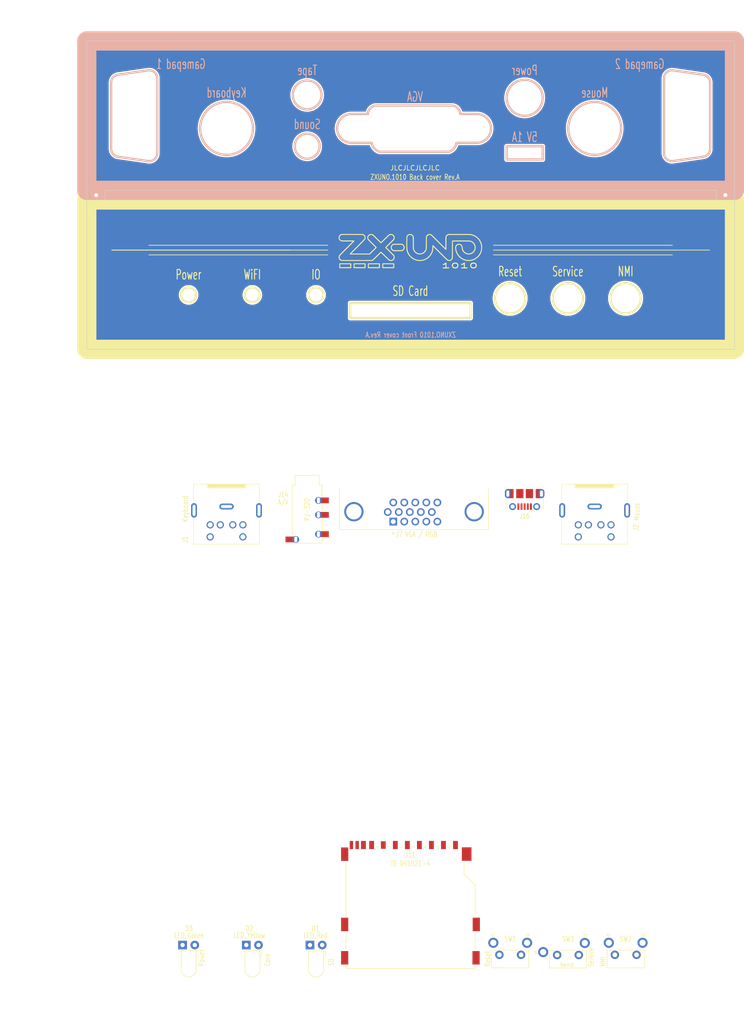
<source format=kicad_pcb>
(kicad_pcb (version 20210424) (generator pcbnew)
  (layers (0 "F.Cu" signal) (31 "B.Cu" signal) (34 "B.Paste" user) (35 "F.Paste" user) (36 "B.SilkS" user "B.Silkscreen") (37 "F.SilkS" user "F.Silkscreen") (38 "B.Mask" user) (39 "F.Mask" user) (44 "Edge.Cuts" user))
  (net 0 "")
  (net 1 "shield")
  (footprint "LED_THT:LED_D3.0mm_Horizontal_O1.27mm_Z6.0mm" (layer "F.Cu") (at 110.343572 249.125)
    (fp_text reference "D2" (at 0.65 -3.425 unlocked) (layer "F.SilkS") (effects (font (size 1.1 0.8) (thickness 0.14))))
    (fp_text value "LED_Yellow")
    (fp_text user "Core" (at 4.4125 3.082143 90 unlocked) (layer "F.SilkS") (effects (font (size 1.1 0.8) (thickness 0.14))))
    (fp_text user "${VALUE}" (at 0.65 -2.025 unlocked) (layer "F.SilkS") (effects (font (size 1.1 0.8) (thickness 0.14))))
    (pad "1" thru_hole rect locked (at 0 0) (size 1.8 1.8) (drill 0.9) (layers *.Cu *.Mask))
    (pad "2" thru_hole circle locked (at 2.54 0) (size 1.8 1.8) (drill 0.9) (layers *.Cu *.Mask))
  )
  (footprint "my:PJ-320A_D" (layer "F.Cu") (at 122.990358 160.027003 -90)
    (fp_text reference "J14" (at -4.38 4.961905) (layer "F.SilkS") (effects (font (size 1.1 0.8) (thickness 0.14))))
    (fp_text value "PJ-320")
    (fp_text user "A/V" (at -2.83 5 unlocked) (layer "F.SilkS") (effects (font (size 1.1 0.8) (thickness 0.14))))
    (fp_text user "${VALUE}" (at -1.28 0 90 unlocked) (layer "F.SilkS") (effects (font (size 1.1 0.8) (thickness 0.14))))
    (pad "" np_thru_hole circle locked (at 2.225 0 270) (size 1.2 1.2) (drill 1.2) (layers F&B.Cu *.Mask))
    (pad "" np_thru_hole circle locked (at -4.775 0 270) (size 1.2 1.2) (drill 1.2) (layers F&B.Cu *.Mask))
    (pad "R1" smd rect locked (at -0.175 -3.25 270) (size 1.2 2.5) (layers "F.Cu" "F.Paste" "F.Mask"))
    (pad "R1" thru_hole circle locked (at -0.175 -2.35 270) (size 1.4 1.4) (drill oval 1.2 0.6) (layers *.Cu *.Mask))
    (pad "R2" thru_hole circle locked (at -3.175 -2.35 270) (size 1.4 1.4) (drill oval 1.2 0.6) (layers *.Cu *.Mask))
    (pad "R2" smd rect locked (at -3.175 -3.25 270) (size 1.2 2.5) (layers "F.Cu" "F.Paste" "F.Mask"))
    (pad "S" thru_hole circle locked (at 4.925 2.35 270) (size 1.4 1.4) (drill oval 1.2 0.6) (layers *.Cu *.Mask))
    (pad "S" smd rect locked (at 4.925 3.25 270) (size 1.2 2.5) (layers "F.Cu" "F.Paste" "F.Mask"))
    (pad "T" thru_hole circle locked (at 3.825 -2.35 270) (size 1.4 1.4) (drill oval 1.2 0.6) (layers *.Cu *.Mask))
    (pad "T" smd rect locked (at 3.825 -3.25 270) (size 1.2 2.5) (layers "F.Cu" "F.Paste" "F.Mask"))
  )
  (footprint "Button_Switch_THT:SW_Tactile_SPST_Angled_PTS645Vx58-2LFS" (layer "F.Cu") (at 179.443572 251.19 180)
    (fp_text reference "SW3" (at 2.25 3.2875 unlocked) (layer "F.SilkS") (effects (font (size 1.1 0.8) (thickness 0.14))))
    (fp_text value "SW_Push")
    (fp_text user "bend" (at 2.45 -2.01 unlocked) (layer "F.SilkS") (effects (font (size 0.8 0.8) (thickness 0.14))))
    (fp_text user "Service" (at -2.55 -0.430238 90 unlocked) (layer "F.SilkS") (effects (font (size 1.1 0.75) (thickness 0.14))))
    (pad "" thru_hole circle locked (at -1.25 2.49 180) (size 2.1 2.1) (drill 1.3) (layers *.Cu *.Mask))
    (pad "" thru_hole circle locked (at 7.4 0.6 180) (size 2.1 2.1) (drill 1.3) (layers *.Cu *.Mask))
    (pad "1" thru_hole circle locked (at 0 0 180) (size 1.75 1.75) (drill 0.99) (layers *.Cu *.Mask))
    (pad "2" thru_hole circle locked (at 4.5 0 180) (size 1.75 1.75) (drill 0.99) (layers *.Cu *.Mask))
  )
  (footprint "mygraphic:zxuno_30x7.5" (layer "F.Cu") (at 144.449207 105.1)
    (fp_text reference "G***" hide)
    (fp_text value "LOGO" hide)
  )
  (footprint "LED_THT:LED_D3.0mm_Horizontal_O1.27mm_Z6.0mm" (layer "F.Cu") (at 123.581072 249.125)
    (fp_text reference "D1" (at 1.1625 -3.425 unlocked) (layer "F.SilkS") (effects (font (size 1.1 0.8) (thickness 0.14))))
    (fp_text value "LED_Red")
    (fp_text user "SD" (at 4.4125 3.575 90 unlocked) (layer "F.SilkS") (effects (font (size 1.1 0.8) (thickness 0.14))))
    (fp_text user "${VALUE}" (at 1.1625 -2.025 unlocked) (layer "F.SilkS") (effects (font (size 1.1 0.8) (thickness 0.14))))
    (pad "1" thru_hole rect locked (at 0 0) (size 1.8 1.8) (drill 0.9) (layers *.Cu *.Mask))
    (pad "2" thru_hole circle locked (at 2.54 0) (size 1.8 1.8) (drill 0.9) (layers *.Cu *.Mask))
  )
  (footprint "Button_Switch_THT:SW_Tactile_SPST_Angled_PTS645Vx58-2LFS" (layer "F.Cu") (at 191.443572 251.1525 180)
    (fp_text reference "SW2" (at 2.25 3.2875 unlocked) (layer "F.SilkS") (effects (font (size 1.1 0.8) (thickness 0.14))))
    (fp_text value "SW_Push")
    (fp_text user "NMI" (at 7 -1.418929 90 unlocked) (layer "F.SilkS") (effects (font (size 1.1 0.8) (thickness 0.14))))
    (pad "" thru_hole circle locked (at 5.76 2.49 180) (size 2.1 2.1) (drill 1.3) (layers *.Cu *.Mask))
    (pad "" thru_hole circle locked (at -1.25 2.49 180) (size 2.1 2.1) (drill 1.3) (layers *.Cu *.Mask))
    (pad "1" thru_hole circle locked (at 0 0 180) (size 1.75 1.75) (drill 0.99) (layers *.Cu *.Mask))
    (pad "2" thru_hole circle locked (at 4.5 0 180) (size 1.75 1.75) (drill 0.99) (layers *.Cu *.Mask))
  )
  (footprint "my:MINI_DIN_6_33PRIMARY" (layer "F.Cu") (at 106.240358 159.697003)
    (fp_text reference "J1" (at -7.95 4.5 90) (layer "F.SilkS") (effects (font (size 1.1 0.8) (thickness 0.14)) (justify right bottom)))
    (fp_text value "Mini-DIN-6" hide)
    (fp_text user "Keyboard" (at -8.55 -1.1 90 unlocked) (layer "F.SilkS") (effects (font (size 1.1 0.8) (thickness 0.14))))
    (pad "1" thru_hole circle (at -1.3 2.225) (size 1.5 1.5) (drill 1) (layers *.Cu *.Mask))
    (pad "2" thru_hole circle (at 1.3 2.225) (size 1.5 1.5) (drill 1) (layers *.Cu *.Mask))
    (pad "3" thru_hole circle (at -3.4 2.225) (size 1.5 1.5) (drill 1) (layers *.Cu *.Mask))
    (pad "4" thru_hole circle (at 3.4 2.225) (size 1.5 1.5) (drill 1) (layers *.Cu *.Mask))
    (pad "5" thru_hole circle (at -3.4 4.725) (size 1.5 1.5) (drill 1) (layers *.Cu *.Mask))
    (pad "6" thru_hole circle (at 3.4 4.725) (size 1.5 1.5) (drill 1) (layers *.Cu *.Mask))
    (pad "GND" thru_hole oval (at 6.75 -0.775 90) (size 3 1.2) (drill oval 2.3 0.6) (layers *.Cu *.Mask))
    (pad "GND" thru_hole oval (at 0 -1.575) (size 3 1.2) (drill oval 2.3 0.6) (layers *.Cu *.Mask))
    (pad "GND" thru_hole oval (at -6.75 -0.775 90) (size 3 1.2) (drill oval 2.3 0.6) (layers *.Cu *.Mask))
  )
  (footprint "my:MINI_DIN_6_33PRIMARY" (layer "F.Cu") (at 182.740358 159.697003)
    (fp_text reference "J2" (at 9.25 3.567619 90 unlocked) (layer "F.SilkS") (effects (font (size 1.1 0.8) (thickness 0.14)) (justify left bottom)))
    (fp_text value "Mini-DIN-6" hide)
    (fp_text user "Mouse" (at 8.75 -0.5 90 unlocked) (layer "F.SilkS") (effects (font (size 1.1 0.8) (thickness 0.14))))
    (pad "1" thru_hole circle (at -1.3 2.225) (size 1.5 1.5) (drill 1) (layers *.Cu *.Mask))
    (pad "2" thru_hole circle (at 1.3 2.225) (size 1.5 1.5) (drill 1) (layers *.Cu *.Mask))
    (pad "3" thru_hole circle (at -3.4 2.225) (size 1.5 1.5) (drill 1) (layers *.Cu *.Mask))
    (pad "4" thru_hole circle (at 3.4 2.225) (size 1.5 1.5) (drill 1) (layers *.Cu *.Mask))
    (pad "5" thru_hole circle (at -3.4 4.725) (size 1.5 1.5) (drill 1) (layers *.Cu *.Mask))
    (pad "6" thru_hole circle (at 3.4 4.725) (size 1.5 1.5) (drill 1) (layers *.Cu *.Mask))
    (pad "GND" thru_hole oval (at 0 -1.575) (size 3 1.2) (drill oval 2.3 0.6) (layers *.Cu *.Mask))
    (pad "GND" thru_hole oval (at 6.75 -0.775 90) (size 3 1.2) (drill oval 2.3 0.6) (layers *.Cu *.Mask))
    (pad "GND" thru_hole oval (at -6.75 -0.775 90) (size 3 1.2) (drill oval 2.3 0.6) (layers *.Cu *.Mask))
  )
  (footprint "LED_THT:LED_D3.0mm_Horizontal_O1.27mm_Z6.0mm" (layer "F.Cu") (at 97.103572 249.125)
    (fp_text reference "D3" (at 1.34 -3.425 unlocked) (layer "F.SilkS") (effects (font (size 1.1 0.8) (thickness 0.14))))
    (fp_text value "LED_Green")
    (fp_text user "Power" (at 3.9825 2.663096 90 unlocked) (layer "F.SilkS") (effects (font (size 1.1 0.8) (thickness 0.14))))
    (fp_text user "${VALUE}" (at 1.34 -1.975 unlocked) (layer "F.SilkS") (effects (font (size 1.1 0.8) (thickness 0.14))))
    (pad "1" thru_hole rect locked (at 0 0) (size 1.8 1.8) (drill 0.9) (layers *.Cu *.Mask))
    (pad "2" thru_hole circle locked (at 2.54 0) (size 1.8 1.8) (drill 0.9) (layers *.Cu *.Mask))
  )
  (footprint "Button_Switch_THT:SW_Tactile_SPST_Angled_PTS645Vx58-2LFS" (layer "F.Cu") (at 167.443572 251.1525 180)
    (fp_text reference "SW1" (at 2.25 3.2875 unlocked) (layer "F.SilkS") (effects (font (size 1.1 0.8) (thickness 0.14))))
    (fp_text value "SW_Push")
    (fp_text user "Reset" (at 6.95 -0.8475 90 unlocked) (layer "F.SilkS") (effects (font (size 1.1 0.8) (thickness 0.14))))
    (pad "" thru_hole circle locked (at -1.25 2.49 180) (size 2.1 2.1) (drill 1.3) (layers *.Cu *.Mask))
    (pad "" thru_hole circle locked (at 5.76 2.49 180) (size 2.1 2.1) (drill 1.3) (layers *.Cu *.Mask))
    (pad "1" thru_hole circle locked (at 0 0 180) (size 1.75 1.75) (drill 0.99) (layers *.Cu *.Mask))
    (pad "2" thru_hole circle locked (at 4.5 0 180) (size 1.75 1.75) (drill 0.99) (layers *.Cu *.Mask))
  )
  (footprint "Connector_USB:USB_Micro-B_Molex-105017-0001" (layer "F.Cu") (at 168.190358 156.677003 180)
    (fp_text reference "J16" (at 0 -3.42 unlocked) (layer "F.SilkS") (effects (font (size 1.1 0.8) (thickness 0.14))))
    (fp_text value "USB_B_Micro")
    (pad "1" smd rect locked (at -1.3 -1.4625 180) (size 0.4 1.35) (layers "F.Cu" "F.Paste" "F.Mask"))
    (pad "2" smd rect locked (at -0.65 -1.4625 180) (size 0.4 1.35) (layers "F.Cu" "F.Paste" "F.Mask"))
    (pad "3" smd rect locked (at 0 -1.4625 180) (size 0.4 1.35) (layers "F.Cu" "F.Paste" "F.Mask"))
    (pad "4" smd rect locked (at 0.65 -1.4625 180) (size 0.4 1.35) (layers "F.Cu" "F.Paste" "F.Mask"))
    (pad "5" smd rect locked (at 1.3 -1.4625 180) (size 0.4 1.35) (layers "F.Cu" "F.Paste" "F.Mask"))
    (pad "6" smd rect (at 1 1.2375 180) (size 1.5 1.9) (layers "F.Cu" "F.Paste" "F.Mask"))
    (pad "6" thru_hole oval (at -3.5 1.2375) (size 1.2 1.9) (drill oval 0.6 1.3) (layers *.Cu *.Mask))
    (pad "6" smd rect (at -1 1.2375 180) (size 1.5 1.9) (layers "F.Cu" "F.Paste" "F.Mask"))
    (pad "6" thru_hole oval (at 3.5 1.2375 180) (size 1.2 1.9) (drill oval 0.6 1.3) (layers *.Cu *.Mask))
    (pad "6" thru_hole circle (at 2.5 -1.4625 180) (size 1.45 1.45) (drill 0.85) (layers *.Cu *.Mask))
    (pad "6" thru_hole circle (at -2.5 -1.4625 180) (size 1.45 1.45) (drill 0.85) (layers *.Cu *.Mask))
    (pad "6" smd rect (at -2.9 1.2375 180) (size 1.2 1.9) (layers "F.Cu" "F.Mask"))
    (pad "6" smd rect (at 2.9 1.2375 180) (size 1.2 1.9) (layers "F.Cu" "F.Mask"))
  )
  (footprint "Connector_Dsub:DSUB-15-HD_Female_Horizontal_P2.29x1.98mm_EdgePinOffset3.03mm_Housed_MountingHolesOffset4.94mm" (layer "F.Cu") (at 140.890358 161.247334 180)
    (fp_text reference "J7" (at -1.2 -2.649669 unlocked) (layer "F.SilkS") (effects (font (size 1.1 0.8) (thickness 0.14))))
    (fp_text value "DB15_Female_HighDensity_MountingHoles")
    (fp_text user "VGA / RGB" (at -5.8 -2.649669 unlocked) (layer "F.SilkS") (effects (font (size 1.1 0.8) (thickness 0.14))))
    (pad "0" thru_hole circle locked (at -16.815 2.05 180) (size 4 4) (drill 3.2) (layers *.Cu *.Mask))
    (pad "0" thru_hole circle locked (at 8.185 2.05 180) (size 4 4) (drill 3.2) (layers *.Cu *.Mask))
    (pad "1" thru_hole rect locked (at 0 0 180) (size 1.6 1.6) (drill 1) (layers *.Cu *.Mask))
    (pad "2" thru_hole circle locked (at -2.29 0 180) (size 1.6 1.6) (drill 1) (layers *.Cu *.Mask))
    (pad "3" thru_hole circle locked (at -4.58 0 180) (size 1.6 1.6) (drill 1) (layers *.Cu *.Mask))
    (pad "4" thru_hole circle locked (at -6.87 0 180) (size 1.6 1.6) (drill 1) (layers *.Cu *.Mask))
    (pad "5" thru_hole circle locked (at -9.16 0 180) (size 1.6 1.6) (drill 1) (layers *.Cu *.Mask))
    (pad "6" thru_hole circle locked (at 1.145 1.98 180) (size 1.6 1.6) (drill 1) (layers *.Cu *.Mask))
    (pad "7" thru_hole circle locked (at -1.145 1.98 180) (size 1.6 1.6) (drill 1) (layers *.Cu *.Mask))
    (pad "8" thru_hole circle locked (at -3.435 1.98 180) (size 1.6 1.6) (drill 1) (layers *.Cu *.Mask))
    (pad "9" thru_hole circle locked (at -5.725 1.98 180) (size 1.6 1.6) (drill 1) (layers *.Cu *.Mask))
    (pad "10" thru_hole circle locked (at -8.015 1.98 180) (size 1.6 1.6) (drill 1) (layers *.Cu *.Mask))
    (pad "11" thru_hole circle locked (at 0 3.96 180) (size 1.6 1.6) (drill 1) (layers *.Cu *.Mask))
    (pad "12" thru_hole circle locked (at -2.29 3.96 180) (size 1.6 1.6) (drill 1) (layers *.Cu *.Mask))
    (pad "13" thru_hole circle locked (at -4.58 3.96 180) (size 1.6 1.6) (drill 1) (layers *.Cu *.Mask))
    (pad "14" thru_hole circle locked (at -6.87 3.96 180) (size 1.6 1.6) (drill 1) (layers *.Cu *.Mask))
    (pad "15" thru_hole circle locked (at -9.16 3.96 180) (size 1.6 1.6) (drill 1) (layers *.Cu *.Mask))
  )
  (footprint "my:SD_TE_2041021-mod" (layer "F.Cu") (at 144.443572 240.45)
    (fp_text reference "J11" (at 0 -10 unlocked) (layer "F.SilkS") (effects (font (size 1.1 0.8) (thickness 0.14))))
    (fp_text value "TE 041021-4")
    (fp_text user "${VALUE}" (at 0 -8.25 unlocked) (layer "F.SilkS") (effects (font (size 1.1 0.8) (thickness 0.14))))
    (pad "" np_thru_hole circle (at -11.5 -9.175) (size 1.1 1.1) (drill 1.1) (layers *.Cu *.Mask))
    (pad "" np_thru_hole circle (at 9.5 -9.175) (size 1.6 1.6) (drill 1.6) (layers *.Cu *.Mask))
    (pad "1" smd rect (at 6.875 -12.08) (size 1 1.7) (layers "F.Cu" "F.Paste" "F.Mask"))
    (pad "2" smd rect (at 4.375 -12.08) (size 1 1.7) (layers "F.Cu" "F.Paste" "F.Mask"))
    (pad "3" smd rect (at 1.875 -12.08) (size 1 1.7) (layers "F.Cu" "F.Paste" "F.Mask"))
    (pad "4" smd rect (at -0.625 -12.08) (size 1 1.7) (layers "F.Cu" "F.Paste" "F.Mask"))
    (pad "5" smd rect (at -3.125 -12.08) (size 1 1.7) (layers "F.Cu" "F.Paste" "F.Mask"))
    (pad "6" smd rect (at -5.625 -12.08) (size 1 1.57) (layers "F.Cu" "F.Paste" "F.Mask"))
    (pad "7" smd rect (at -8.055 -12.08) (size 1 1.7) (layers "F.Cu" "F.Paste" "F.Mask"))
    (pad "8" smd rect (at -9.755 -12.08) (size 1 1.7) (layers "F.Cu" "F.Paste" "F.Mask"))
    (pad "9" smd rect (at 9.375 -12.08) (size 1 1.7) (layers "F.Cu" "F.Paste" "F.Mask"))
    (pad "10" smd rect (at -11.055 -12.08) (size 0.7 1.7) (layers "F.Cu" "F.Paste" "F.Mask"))
    (pad "11" smd rect (at -12.255 -12.08) (size 0.7 1.7) (layers "F.Cu" "F.Paste" "F.Mask"))
    (pad "12" smd rect (at 11.7 -10.2) (size 2 2.8) (layers "F.Cu" "F.Paste" "F.Mask"))
    (pad "12" smd rect (at -13.65 -10.175) (size 1.5 2.8) (layers "F.Cu" "F.Paste" "F.Mask"))
    (pad "13" smd rect (at 13.7 4.4) (size 1.5 2.8) (layers "F.Cu" "F.Paste" "F.Mask"))
    (pad "13" smd rect (at -13.65 11.325) (size 1.5 2.8) (layers "F.Cu" "F.Paste" "F.Mask"))
    (pad "13" smd rect (at 13.65 11.325) (size 1.5 2.8) (layers "F.Cu" "F.Paste" "F.Mask"))
    (pad "13" smd rect (at -13.65 4.4) (size 1.5 2.8) (layers "F.Cu" "F.Paste" "F.Mask"))
  )
  (gr_arc (start 158.217828 79.65) (end 158.217828 82.65) (angle -180) (layer "B.SilkS") (width 0.5))
  (gr_circle (center 168.2 73.3) (end 171.95 73.3) (layer "B.SilkS") (width 0.5) (fill none))
  (gr_arc (start 83.909999 70.134781) (end 82.25 70.134781) (angle 80) (layer "B.SilkS") (width 0.5))
  (gr_line (start 197.14969 84.797096) (end 197.14969 69.238122) (layer "B.SilkS") (width 0.5))
  (gr_line (start 91.85 69.235513) (end 91.85 84.794487) (layer "B.SilkS") (width 0.5))
  (gr_line (start 83.621744 85.53) (end 89.901744 86.429268) (layer "B.SilkS") (width 0.5))
  (gr_arc (start 198.80969 84.797098) (end 197.14969 84.797096) (angle -100) (layer "B.SilkS") (width 0.5))
  (gr_line (start 132.217828 82.65) (end 136.417828 82.65) (layer "B.SilkS") (width 0.5))
  (gr_line (start 132.217828 76.65) (end 135.617828 76.65) (layer "B.SilkS") (width 0.5))
  (gr_line (start 154.017828 82.65) (end 158.217828 82.65) (layer "B.SilkS") (width 0.5))
  (gr_arc (start 152.959522 76.760874) (end 154.817828 76.65) (angle -88.19696796) (layer "B.SilkS") (width 0.5))
  (gr_line (start 154.817828 76.65) (end 158.217828 76.65) (layer "B.SilkS") (width 0.5))
  (gr_line (start 206.74969 83.897828) (end 206.74969 70.13739) (layer "B.SilkS") (width 0.5))
  (gr_rect (start 77.2 61.5) (end 211.8 92.5) (layer "B.SilkS") (width 4) (fill none))
  (gr_arc (start 90.19 69.235511) (end 91.85 69.235513) (angle -100) (layer "B.SilkS") (width 0.5))
  (gr_arc (start 138.61029 82.359668) (end 138.053367 84.5) (angle 67.87145488) (layer "B.SilkS") (width 0.5))
  (gr_arc (start 83.91 83.89522) (end 82.25 83.895219) (angle -80) (layer "B.SilkS") (width 0.5))
  (gr_circle (center 182.75 79.65) (end 188.25 79.65) (layer "B.SilkS") (width 0.5) (fill none))
  (gr_arc (start 198.809688 69.238122) (end 197.14969 69.238122) (angle 100) (layer "B.SilkS") (width 0.5))
  (gr_arc (start 151.820677 82.366653) (end 154.017828 82.65) (angle 67.01393943) (layer "B.SilkS") (width 0.5))
  (gr_arc (start 90.190002 84.794487) (end 91.85 84.794487) (angle 100) (layer "B.SilkS") (width 0.5))
  (gr_rect (start 164.45 83.35) (end 171.95 86.1) (layer "B.SilkS") (width 0.5) (fill none))
  (gr_line (start 205.377946 85.532609) (end 199.097946 86.431877) (layer "B.SilkS") (width 0.5))
  (gr_line (start 205.377946 68.502609) (end 199.097946 67.603341) (layer "B.SilkS") (width 0.5))
  (gr_arc (start 132.217828 79.65) (end 132.217828 76.65) (angle -180) (layer "B.SilkS") (width 0.5))
  (gr_arc (start 205.089691 83.897828) (end 206.74969 83.897828) (angle 80) (layer "B.SilkS") (width 0.5))
  (gr_line (start 137.492828 74.9) (end 152.907172 74.9) (layer "B.SilkS") (width 0.5))
  (gr_circle (center 106.25 79.65) (end 111.75 79.65) (layer "B.SilkS") (width 0.5) (fill none))
  (gr_circle (center 123 83.35) (end 125.6 83.35) (layer "B.SilkS") (width 0.5) (fill none))
  (gr_line (start 82.25 70.134781) (end 82.25 83.895219) (layer "B.SilkS") (width 0.5))
  (gr_line (start 138.053367 84.5) (end 152.417831 84.499999) (layer "B.SilkS") (width 0.5))
  (gr_line (start 83.621744 68.5) (end 89.901744 67.600732) (layer "B.SilkS") (width 0.5))
  (gr_circle (center 123 72.7) (end 126 72.7) (layer "B.SilkS") (width 0.5) (fill none))
  (gr_arc (start 137.441279 76.724234) (end 137.492828 74.9) (angle -89.28736199) (layer "B.SilkS") (width 0.5))
  (gr_arc (start 205.08969 70.137389) (end 206.74969 70.13739) (angle -80) (layer "B.SilkS") (width 0.5))
  (gr_line (start 161.7 103.9) (end 198.9 103.9) (layer "F.SilkS") (width 0.15))
  (gr_line (start 127.3 103.9) (end 90.1 103.9) (layer "F.SilkS") (width 0.15))
  (gr_rect (start 77.2 94.5) (end 211.8 125.5) (layer "F.SilkS") (width 4) (fill none))
  (gr_circle (center 189.175 114.9) (end 192.325 114.9) (layer "F.SilkS") (width 0.5) (fill none))
  (gr_circle (center 98.36 114.2) (end 99.91 114.2) (layer "F.SilkS") (width 0.5) (fill none))
  (gr_circle (center 177.175 114.9) (end 180.325 114.9) (layer "F.SilkS") (width 0.5) (fill none))
  (gr_line (start 161.7 105.9) (end 198.9 105.9) (layer "F.SilkS") (width 0.15))
  (gr_circle (center 165.175 114.9) (end 168.325 114.9) (layer "F.SilkS") (width 0.5) (fill none))
  (gr_line (start 161.7 104.9) (end 206.6 104.9) (layer "F.SilkS") (width 0.15))
  (gr_rect (start 131.95 119) (end 156.95 115.9) (layer "F.SilkS") (width 0.5) (fill none))
  (gr_line (start 119.6 104.9) (end 82.4 104.9) (layer "F.SilkS") (width 0.15))
  (gr_circle (center 111.6 114.2) (end 113.15 114.2) (layer "F.SilkS") (width 0.5) (fill none))
  (gr_line (start 127.3 105.9) (end 90.1 105.9) (layer "F.SilkS") (width 0.15))
  (gr_circle (center 124.8375 114.2) (end 126.3875 114.2) (layer "F.SilkS") (width 0.5) (fill none))
  (gr_line (start 127.3 104.9) (end 82.4 104.9) (layer "F.SilkS") (width 0.15))
  (gr_arc (start 152.959522 76.760874) (end 154.817828 76.65) (angle -88.19696796) (layer "Edge.Cuts") (width 0.1))
  (gr_arc (start 83.909999 70.134781) (end 82.25 70.134781) (angle 80) (layer "Edge.Cuts") (width 0.1))
  (gr_arc (start 151.820677 82.366653) (end 154.017828 82.65) (angle 67.01393943) (layer "Edge.Cuts") (width 0.1))
  (gr_line (start 83.621744 85.53) (end 89.901744 86.429268) (layer "Edge.Cuts") (width 0.1))
  (gr_line (start 137.492828 74.9) (end 152.907172 74.9) (layer "Edge.Cuts") (width 0.1))
  (gr_line (start 205.377946 68.502609) (end 199.097946 67.603341) (layer "Edge.Cuts") (width 0.1))
  (gr_circle (center 189.175 114.9) (end 192.325 114.9) (layer "Edge.Cuts") (width 0.1) (fill none))
  (gr_arc (start 158.217828 79.65) (end 158.217828 82.65) (angle -180) (layer "Edge.Cuts") (width 0.1))
  (gr_circle (center 123 83.35) (end 125.6 83.35) (layer "Edge.Cuts") (width 0.1) (fill none))
  (gr_circle (center 106.25 79.65) (end 111.75 79.65) (layer "Edge.Cuts") (width 0.1) (fill none))
  (gr_line (start 132.217828 82.65) (end 136.417828 82.65) (layer "Edge.Cuts") (width 0.1))
  (gr_rect (start 164.45 83.35) (end 171.95 86.1) (layer "Edge.Cuts") (width 0.1) (fill none))
  (gr_circle (center 124.8375 114.2) (end 126.3875 114.2) (layer "Edge.Cuts") (width 0.1) (fill none))
  (gr_line (start 154.817828 76.65) (end 158.217828 76.65) (layer "Edge.Cuts") (width 0.1))
  (gr_line (start 132.217828 76.65) (end 135.617828 76.65) (layer "Edge.Cuts") (width 0.1))
  (gr_line (start 211.8 61.5) (end 211.8 125.5) (layer "Edge.Cuts") (width 0.1))
  (gr_line (start 77.2 125.5) (end 77.2 61.5) (layer "Edge.Cuts") (width 0.1))
  (gr_line (start 197.14969 84.797096) (end 197.14969 69.238122) (layer "Edge.Cuts") (width 0.1))
  (gr_line (start 83.621744 68.5) (end 89.901744 67.600732) (layer "Edge.Cuts") (width 0.1))
  (gr_circle (center 123 72.7) (end 126 72.7) (layer "Edge.Cuts") (width 0.1) (fill none))
  (gr_arc (start 205.08969 70.137389) (end 206.74969 70.13739) (angle -80) (layer "Edge.Cuts") (width 0.1))
  (gr_line (start 77.2 61.5) (end 211.8 61.5) (layer "Edge.Cuts") (width 0.1))
  (gr_circle (center 168.2 73.3) (end 171.95 73.3) (layer "Edge.Cuts") (width 0.1) (fill none))
  (gr_circle (center 177.175 114.9) (end 180.325 114.9) (layer "Edge.Cuts") (width 0.1) (fill none))
  (gr_arc (start 90.190002 84.794487) (end 91.85 84.794487) (angle 100) (layer "Edge.Cuts") (width 0.1))
  (gr_arc (start 138.61029 82.359668) (end 138.053367 84.5) (angle 67.87145488) (layer "Edge.Cuts") (width 0.1))
  (gr_line (start 205.377946 85.532609) (end 199.097946 86.431877) (layer "Edge.Cuts") (width 0.1))
  (gr_line (start 154.017828 82.65) (end 158.217828 82.65) (layer "Edge.Cuts") (width 0.1))
  (gr_arc (start 198.809688 69.238122) (end 197.14969 69.238122) (angle 100) (layer "Edge.Cuts") (width 0.1))
  (gr_circle (center 182.75 79.65) (end 188.25 79.65) (layer "Edge.Cuts") (width 0.1) (fill none))
  (gr_line (start 206.74969 83.897828) (end 206.74969 70.13739) (layer "Edge.Cuts") (width 0.1))
  (gr_arc (start 137.441279 76.724234) (end 137.492828 74.9) (angle -89.28736199) (layer "Edge.Cuts") (width 0.1))
  (gr_line (start 82.25 70.134781) (end 82.25 83.895219) (layer "Edge.Cuts") (width 0.1))
  (gr_line (start 208 92.5) (end 81 92.5) (layer "Edge.Cuts") (width 0.1))
  (gr_circle (center 98.36 114.2) (end 99.91 114.2) (layer "Edge.Cuts") (width 0.1) (fill none))
  (gr_line (start 81 94.5) (end 208 94.5) (layer "Edge.Cuts") (width 0.1))
  (gr_line (start 211.8 125.5) (end 77.2 125.5) (layer "Edge.Cuts") (width 0.1))
  (gr_line (start 138.053367 84.5) (end 152.417831 84.499999) (layer "Edge.Cuts") (width 0.1))
  (gr_arc (start 132.217828 79.65) (end 132.217828 76.65) (angle -180) (layer "Edge.Cuts") (width 0.1))
  (gr_arc (start 90.19 69.235511) (end 91.85 69.235513) (angle -100) (layer "Edge.Cuts") (width 0.1))
  (gr_arc (start 205.089691 83.897828) (end 206.74969 83.897828) (angle 80) (layer "Edge.Cuts") (width 0.1))
  (gr_circle (center 111.6 114.2) (end 113.15 114.2) (layer "Edge.Cuts") (width 0.1) (fill none))
  (gr_line (start 208 94.5) (end 208 92.5) (layer "Edge.Cuts") (width 0.1))
  (gr_arc (start 198.80969 84.797098) (end 197.14969 84.797096) (angle -100) (layer "Edge.Cuts") (width 0.1))
  (gr_circle (center 165.175 114.9) (end 168.325 114.9) (layer "Edge.Cuts") (width 0.1) (fill none))
  (gr_line (start 81 92.5) (end 81 94.5) (layer "Edge.Cuts") (width 0.1))
  (gr_rect (start 131.95 119) (end 156.95 115.9) (layer "Edge.Cuts") (width 0.1) (fill none))
  (gr_line (start 91.85 69.235513) (end 91.85 84.794487) (layer "Edge.Cuts") (width 0.1))
  (gr_arc (start 83.91 83.89522) (end 82.25 83.895219) (angle -80) (layer "Edge.Cuts") (width 0.1))
  (gr_text "Gamepad 1" (at 96.749216 66.3) (layer "B.SilkS") (effects (font (size 2 1.2) (thickness 0.2)) (justify mirror)))
  (gr_text "Gamepad 2" (at 192.1 66.3) (layer "B.SilkS") (effects (font (size 2 1.2) (thickness 0.2)) (justify mirror)))
  (gr_text "Mouse" (at 182.75 72.25) (layer "B.SilkS") (effects (font (size 2 1.2) (thickness 0.2)) (justify mirror)))
  (gr_text "Tape" (at 123 67.6) (layer "B.SilkS") (effects (font (size 2 1.2) (thickness 0.2)) (justify mirror)))
  (gr_text "Sound" (at 123 78.8) (layer "B.SilkS") (effects (font (size 2 1.2) (thickness 0.2)) (justify mirror)))
  (gr_text "Keyboard" (at 106.25 72.25) (layer "B.SilkS") (effects (font (size 2 1.2) (thickness 0.2)) (justify mirror)))
  (gr_text "5V 1A" (at 168.2 81.45) (layer "B.SilkS") (effects (font (size 2 1.2) (thickness 0.2)) (justify mirror)))
  (gr_text "VGA" (at 145.407828 73.1) (layer "B.SilkS") (effects (font (size 2 1.2) (thickness 0.2)) (justify mirror)))
  (gr_text "ZXUNO.1010 Front cover Rev.A" (at 144.5 122.5) (layer "B.SilkS") (effects (font (size 1.1 0.8) (thickness 0.14)) (justify mirror)))
  (gr_text "Power" (at 168.2 67.6) (layer "B.SilkS") (effects (font (size 2 1.2) (thickness 0.2)) (justify mirror)))
  (gr_text "WiFI" (at 111.6 110) (layer "F.SilkS") (effects (font (size 2 1.2) (thickness 0.2))))
  (gr_text "1010" (at 154.7 108.15) (layer "F.SilkS") (effects (font (size 1 2) (thickness 0.22))))
  (gr_text "JLCJLCJLCJLC" (at 145.407828 87.85) (layer "F.SilkS") (effects (font (size 1 1))))
  (gr_text "ZXUNO.1010 Back cover Rev.A" (at 145.407828 89.75) (layer "F.SilkS") (effects (font (size 1.1 0.8) (thickness 0.14))))
  (gr_text "Reset" (at 165.175 109.35) (layer "F.SilkS") (effects (font (size 2 1.2) (thickness 0.2))))
  (gr_text "Service" (at 177.175 109.35) (layer "F.SilkS") (effects (font (size 2 1.2) (thickness 0.2))))
  (gr_text "IO" (at 124.8375 110) (layer "F.SilkS") (effects (font (size 2 1.2) (thickness 0.2))))
  (gr_text "Power" (at 98.36 110) (layer "F.SilkS") (effects (font (size 2 1.2) (thickness 0.2))))
  (gr_text "NMI" (at 189.175 109.35) (layer "F.SilkS") (effects (font (size 2 1.2) (thickness 0.2))))
  (gr_text "SD Card" (at 144.45 113.4) (layer "F.SilkS") (effects (font (size 2 1.2) (thickness 0.2))))
  (via (at 79.15 93.5) (size 1.2) (drill 0.8) (layers "F.Cu" "B.Cu") (net 1))
  (via (at 209.9 93.5) (size 1.2) (drill 0.8) (layers "F.Cu" "B.Cu") (net 1))
  (zone (net 1) (net_name "shield") (layers F&B.Cu) (connect_pads (clearance 0.508)) (min_thickness 0.254) (fill yes (thermal_gap 0.508) (thermal_bridge_width 0.508) (island_removal_mode 1) (island_area_min 0))
    (polygon (pts (xy 212 125.7) (xy 77 125.7) (xy 77 61.3) (xy 212 61.3)))
  )
)
</source>
